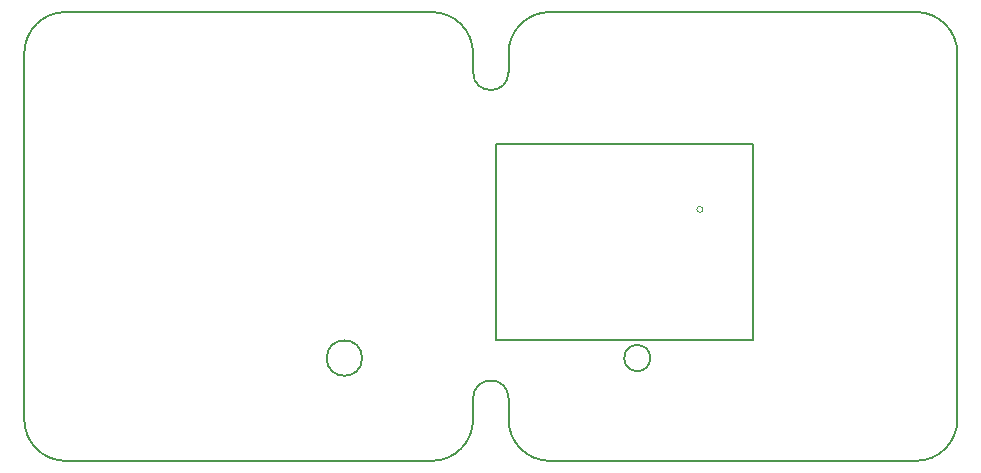
<source format=gbr>
%TF.GenerationSoftware,KiCad,Pcbnew,(5.1.8-0-10_14)*%
%TF.CreationDate,2021-09-02T11:11:12+02:00*%
%TF.ProjectId,ethersweep,65746865-7273-4776-9565-702e6b696361,2.0.1*%
%TF.SameCoordinates,Original*%
%TF.FileFunction,OtherDrawing,Comment*%
%FSLAX46Y46*%
G04 Gerber Fmt 4.6, Leading zero omitted, Abs format (unit mm)*
G04 Created by KiCad (PCBNEW (5.1.8-0-10_14)) date 2021-09-02 11:11:12*
%MOMM*%
%LPD*%
G01*
G04 APERTURE LIST*
%ADD10C,0.150000*%
%TA.AperFunction,Profile*%
%ADD11C,0.150000*%
%TD*%
%ADD12C,0.100000*%
G04 APERTURE END LIST*
D10*
X207800000Y-37900000D02*
X207800000Y-54500000D01*
X186000000Y-37900000D02*
X207800000Y-37900000D01*
X186000000Y-54500000D02*
X186000000Y-37900000D01*
X207800000Y-54500000D02*
X186000000Y-54500000D01*
D11*
X221600000Y-26700000D02*
G75*
G02*
X225100000Y-30200000I0J-3500000D01*
G01*
X184100000Y-60700000D02*
X184100000Y-59400000D01*
X187100000Y-31800000D02*
X187100000Y-30700000D01*
X187100000Y-31800000D02*
G75*
G02*
X184100000Y-31800000I-1500000J0D01*
G01*
X187100000Y-61200000D02*
X187100000Y-59400000D01*
X184100000Y-31800000D02*
X184100000Y-30200000D01*
X184100000Y-59400000D02*
G75*
G02*
X187100000Y-59400000I1500000J0D01*
G01*
D10*
X199104536Y-55995464D02*
G75*
G03*
X199104536Y-55995464I-1104536J0D01*
G01*
D11*
X184100000Y-61200000D02*
X184100000Y-60700000D01*
X187100000Y-30200000D02*
X187100000Y-30700000D01*
X174700000Y-56000000D02*
G75*
G03*
X174700000Y-56000000I-1500000J0D01*
G01*
X149600000Y-64700000D02*
G75*
G02*
X146100000Y-61200000I0J3500000D01*
G01*
X149600000Y-64700000D02*
X180600000Y-64700000D01*
X190600000Y-26700000D02*
X221600000Y-26700000D01*
X187100000Y-30200000D02*
G75*
G02*
X190600000Y-26700000I3500000J0D01*
G01*
X225100000Y-61200000D02*
G75*
G02*
X221600000Y-64700000I-3500000J0D01*
G01*
X190600000Y-64700000D02*
G75*
G02*
X187100000Y-61200000I0J3500000D01*
G01*
X190600000Y-64700000D02*
X221600000Y-64700000D01*
X225100000Y-61200000D02*
X225100000Y-30200000D01*
X146100000Y-30200000D02*
X146100000Y-61200000D01*
X184100000Y-61200000D02*
G75*
G02*
X180600000Y-64700000I-3500000J0D01*
G01*
X180600000Y-26700000D02*
G75*
G02*
X184100000Y-30200000I0J-3500000D01*
G01*
X146100000Y-30200000D02*
G75*
G02*
X149600000Y-26700000I3500000J0D01*
G01*
X180600000Y-26700000D02*
X149600000Y-26700000D01*
D12*
X203560000Y-43414000D02*
G75*
G03*
X203560000Y-43414000I-254000J0D01*
G01*
M02*

</source>
